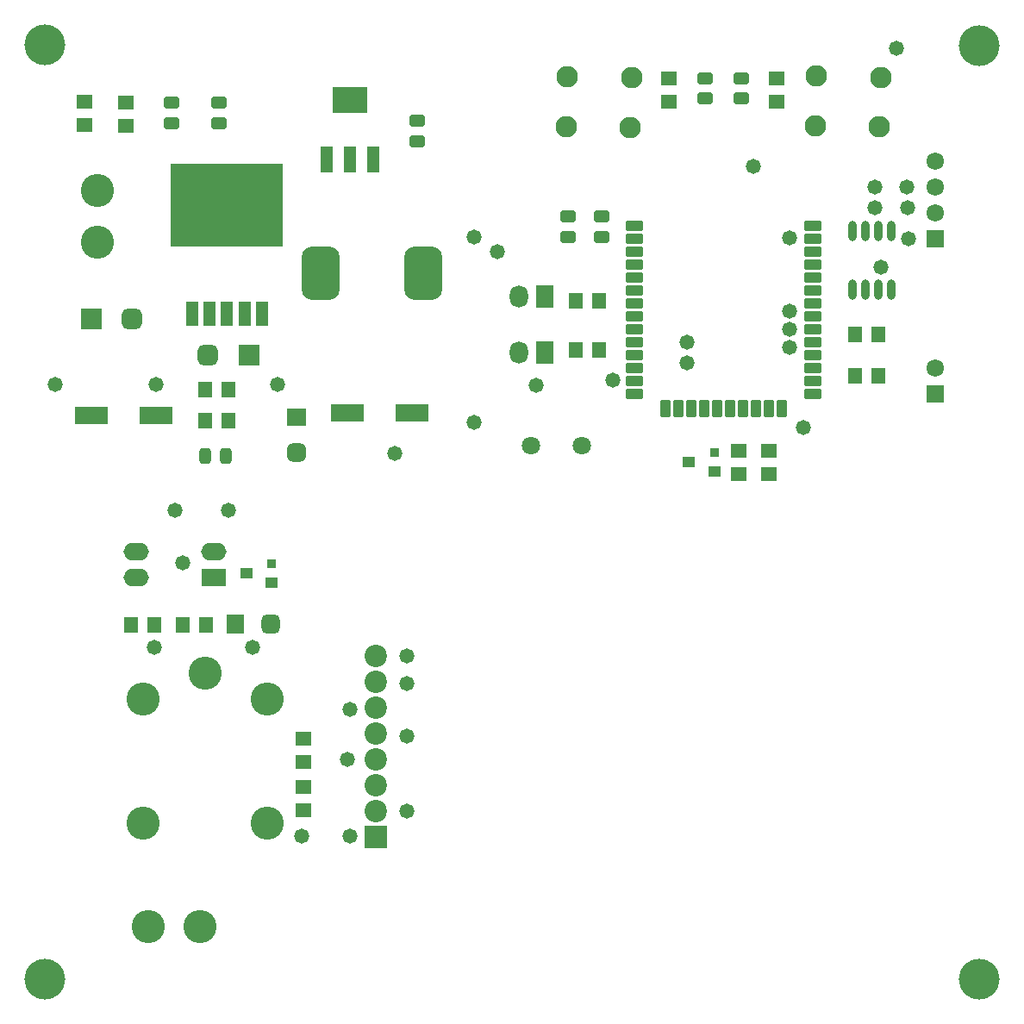
<source format=gts>
G04*
G04 #@! TF.GenerationSoftware,Altium Limited,Altium Designer,24.1.2 (44)*
G04*
G04 Layer_Color=8388736*
%FSLAX43Y43*%
%MOMM*%
G71*
G04*
G04 #@! TF.SameCoordinates,54BEDA40-E342-42F5-ADC8-61CD6FAB378A*
G04*
G04*
G04 #@! TF.FilePolarity,Negative*
G04*
G01*
G75*
%ADD23R,0.950X0.900*%
G04:AMPARAMS|DCode=29|XSize=5.2mm|YSize=3.7mm|CornerRadius=0.975mm|HoleSize=0mm|Usage=FLASHONLY|Rotation=90.000|XOffset=0mm|YOffset=0mm|HoleType=Round|Shape=RoundedRectangle|*
%AMROUNDEDRECTD29*
21,1,5.200,1.750,0,0,90.0*
21,1,3.250,3.700,0,0,90.0*
1,1,1.950,0.875,1.625*
1,1,1.950,0.875,-1.625*
1,1,1.950,-0.875,-1.625*
1,1,1.950,-0.875,1.625*
%
%ADD29ROUNDEDRECTD29*%
%ADD30R,3.251X1.727*%
%ADD31R,1.600X1.473*%
%ADD32R,1.473X1.600*%
%ADD33R,1.153X1.103*%
G04:AMPARAMS|DCode=34|XSize=1.64mm|YSize=1.04mm|CornerRadius=0.115mm|HoleSize=0mm|Usage=FLASHONLY|Rotation=0.000|XOffset=0mm|YOffset=0mm|HoleType=Round|Shape=RoundedRectangle|*
%AMROUNDEDRECTD34*
21,1,1.640,0.810,0,0,0.0*
21,1,1.410,1.040,0,0,0.0*
1,1,0.230,0.705,-0.405*
1,1,0.230,-0.705,-0.405*
1,1,0.230,-0.705,0.405*
1,1,0.230,0.705,0.405*
%
%ADD34ROUNDEDRECTD34*%
G04:AMPARAMS|DCode=35|XSize=1.64mm|YSize=1.04mm|CornerRadius=0.115mm|HoleSize=0mm|Usage=FLASHONLY|Rotation=90.000|XOffset=0mm|YOffset=0mm|HoleType=Round|Shape=RoundedRectangle|*
%AMROUNDEDRECTD35*
21,1,1.640,0.810,0,0,90.0*
21,1,1.410,1.040,0,0,90.0*
1,1,0.230,0.405,0.705*
1,1,0.230,0.405,-0.705*
1,1,0.230,-0.405,-0.705*
1,1,0.230,-0.405,0.705*
%
%ADD35ROUNDEDRECTD35*%
%ADD36O,0.803X2.003*%
G04:AMPARAMS|DCode=37|XSize=1.2mm|YSize=1.55mm|CornerRadius=0.35mm|HoleSize=0mm|Usage=FLASHONLY|Rotation=90.000|XOffset=0mm|YOffset=0mm|HoleType=Round|Shape=RoundedRectangle|*
%AMROUNDEDRECTD37*
21,1,1.200,0.850,0,0,90.0*
21,1,0.500,1.550,0,0,90.0*
1,1,0.700,0.425,0.250*
1,1,0.700,0.425,-0.250*
1,1,0.700,-0.425,-0.250*
1,1,0.700,-0.425,0.250*
%
%ADD37ROUNDEDRECTD37*%
%ADD38R,11.003X8.203*%
%ADD39R,1.273X2.363*%
%ADD40R,3.503X2.603*%
%ADD41R,1.203X2.603*%
G04:AMPARAMS|DCode=42|XSize=1.2mm|YSize=1.55mm|CornerRadius=0.35mm|HoleSize=0mm|Usage=FLASHONLY|Rotation=180.000|XOffset=0mm|YOffset=0mm|HoleType=Round|Shape=RoundedRectangle|*
%AMROUNDEDRECTD42*
21,1,1.200,0.850,0,0,180.0*
21,1,0.500,1.550,0,0,180.0*
1,1,0.700,-0.250,0.425*
1,1,0.700,0.250,0.425*
1,1,0.700,0.250,-0.425*
1,1,0.700,-0.250,-0.425*
%
%ADD42ROUNDEDRECTD42*%
G04:AMPARAMS|DCode=43|XSize=2mm|YSize=2mm|CornerRadius=0.55mm|HoleSize=0mm|Usage=FLASHONLY|Rotation=0.000|XOffset=0mm|YOffset=0mm|HoleType=Round|Shape=RoundedRectangle|*
%AMROUNDEDRECTD43*
21,1,2.000,0.900,0,0,0.0*
21,1,0.900,2.000,0,0,0.0*
1,1,1.100,0.450,-0.450*
1,1,1.100,-0.450,-0.450*
1,1,1.100,-0.450,0.450*
1,1,1.100,0.450,0.450*
%
%ADD43ROUNDEDRECTD43*%
%ADD44R,2.000X2.000*%
G04:AMPARAMS|DCode=45|XSize=1.8mm|YSize=1.85mm|CornerRadius=0.5mm|HoleSize=0mm|Usage=FLASHONLY|Rotation=0.000|XOffset=0mm|YOffset=0mm|HoleType=Round|Shape=RoundedRectangle|*
%AMROUNDEDRECTD45*
21,1,1.800,0.850,0,0,0.0*
21,1,0.800,1.850,0,0,0.0*
1,1,1.000,0.400,-0.425*
1,1,1.000,-0.400,-0.425*
1,1,1.000,-0.400,0.425*
1,1,1.000,0.400,0.425*
%
%ADD45ROUNDEDRECTD45*%
%ADD46R,1.800X1.850*%
%ADD47R,1.850X1.800*%
G04:AMPARAMS|DCode=48|XSize=1.8mm|YSize=1.85mm|CornerRadius=0.5mm|HoleSize=0mm|Usage=FLASHONLY|Rotation=270.000|XOffset=0mm|YOffset=0mm|HoleType=Round|Shape=RoundedRectangle|*
%AMROUNDEDRECTD48*
21,1,1.800,0.850,0,0,270.0*
21,1,0.800,1.850,0,0,270.0*
1,1,1.000,-0.425,-0.400*
1,1,1.000,-0.425,0.400*
1,1,1.000,0.425,0.400*
1,1,1.000,0.425,-0.400*
%
%ADD48ROUNDEDRECTD48*%
%ADD49R,2.200X2.200*%
%ADD50C,2.200*%
%ADD51R,1.803X2.203*%
%ADD52O,1.803X2.203*%
%ADD53C,2.108*%
%ADD54C,1.723*%
%ADD55R,1.723X1.723*%
%ADD56C,1.800*%
%ADD57C,3.251*%
%ADD58R,2.489X1.727*%
%ADD59O,2.489X1.727*%
%ADD60C,4.000*%
%ADD61C,1.473*%
D23*
X68306Y54290D02*
D03*
X24852Y43368D02*
D03*
D29*
X29621Y71882D02*
D03*
X39721D02*
D03*
D30*
X7112Y57912D02*
D03*
X13462D02*
D03*
X32258Y58166D02*
D03*
X38608D02*
D03*
D31*
X27940Y23876D02*
D03*
Y26162D02*
D03*
Y19177D02*
D03*
Y21463D02*
D03*
X70739Y54483D02*
D03*
Y52197D02*
D03*
X73660Y54483D02*
D03*
Y52197D02*
D03*
X63881Y88773D02*
D03*
Y91059D02*
D03*
X74422Y88773D02*
D03*
Y91059D02*
D03*
X6477Y88773D02*
D03*
Y86487D02*
D03*
X10541Y86360D02*
D03*
Y88646D02*
D03*
D32*
X84455Y61849D02*
D03*
X82169D02*
D03*
X57023Y64389D02*
D03*
X54737D02*
D03*
X57023Y69215D02*
D03*
X54737D02*
D03*
X84455Y65913D02*
D03*
X82169D02*
D03*
X20574Y57404D02*
D03*
X18288D02*
D03*
Y60452D02*
D03*
X20574D02*
D03*
X18415Y37338D02*
D03*
X16129D02*
D03*
X13335D02*
D03*
X11049D02*
D03*
D33*
X68306Y52390D02*
D03*
X65806Y53340D02*
D03*
X22352Y42418D02*
D03*
X24852Y41468D02*
D03*
D34*
X60465Y60059D02*
D03*
Y76569D02*
D03*
Y75299D02*
D03*
Y74029D02*
D03*
Y72759D02*
D03*
Y71489D02*
D03*
Y70219D02*
D03*
Y68949D02*
D03*
Y67679D02*
D03*
Y66409D02*
D03*
Y65139D02*
D03*
Y63869D02*
D03*
Y62599D02*
D03*
Y61329D02*
D03*
X77965Y76569D02*
D03*
Y75299D02*
D03*
Y74029D02*
D03*
Y72759D02*
D03*
Y71489D02*
D03*
Y70219D02*
D03*
Y68949D02*
D03*
Y67679D02*
D03*
Y66409D02*
D03*
Y65139D02*
D03*
Y63869D02*
D03*
Y62599D02*
D03*
Y61329D02*
D03*
Y60059D02*
D03*
D35*
X63495Y58559D02*
D03*
X64765D02*
D03*
X66035D02*
D03*
X67305D02*
D03*
X68575D02*
D03*
X69845D02*
D03*
X71115D02*
D03*
X72385D02*
D03*
X73655D02*
D03*
X74925D02*
D03*
D36*
X81915Y70252D02*
D03*
X83185D02*
D03*
X84455D02*
D03*
X85725D02*
D03*
X81915Y76052D02*
D03*
X83185D02*
D03*
X84455D02*
D03*
X85725D02*
D03*
D37*
X53975Y77454D02*
D03*
Y75454D02*
D03*
X57277Y77454D02*
D03*
Y75454D02*
D03*
X67437Y89043D02*
D03*
Y91043D02*
D03*
X70993Y89043D02*
D03*
Y91043D02*
D03*
X39116Y84852D02*
D03*
Y86852D02*
D03*
X14986Y88630D02*
D03*
Y86630D02*
D03*
X19685Y88630D02*
D03*
Y86630D02*
D03*
D38*
X20447Y78613D02*
D03*
D39*
Y67943D02*
D03*
X18747D02*
D03*
X17047D02*
D03*
X22147D02*
D03*
X23847D02*
D03*
D40*
X32512Y88879D02*
D03*
D41*
X34812Y83079D02*
D03*
X32512D02*
D03*
X30212D02*
D03*
D42*
X18304Y53975D02*
D03*
X20304D02*
D03*
D43*
X18574Y63881D02*
D03*
X11100Y67400D02*
D03*
D44*
X22574Y63881D02*
D03*
X7100Y67400D02*
D03*
D45*
X24712Y37465D02*
D03*
D46*
X21262D02*
D03*
D47*
X27305Y57732D02*
D03*
D48*
Y54282D02*
D03*
D49*
X35052Y16510D02*
D03*
D50*
Y19050D02*
D03*
Y21590D02*
D03*
Y24130D02*
D03*
Y26670D02*
D03*
Y29210D02*
D03*
Y31750D02*
D03*
Y34290D02*
D03*
D51*
X51689Y69596D02*
D03*
Y64135D02*
D03*
D52*
X49149Y69596D02*
D03*
Y64135D02*
D03*
D53*
X60223Y91084D02*
D03*
X53772Y86309D02*
D03*
X53848Y91186D02*
D03*
X60071Y86233D02*
D03*
X84531Y86284D02*
D03*
X78308Y91237D02*
D03*
X78232Y86360D02*
D03*
X84684Y91135D02*
D03*
D54*
X90043Y82931D02*
D03*
Y80391D02*
D03*
Y77851D02*
D03*
Y62611D02*
D03*
D55*
Y75311D02*
D03*
Y60071D02*
D03*
D56*
X50332Y54991D02*
D03*
X55332D02*
D03*
D57*
X24384Y30099D02*
D03*
X12192Y17907D02*
D03*
X18288Y32639D02*
D03*
X24384Y17907D02*
D03*
X12192Y30099D02*
D03*
X17780Y7747D02*
D03*
X12700D02*
D03*
X7747Y74930D02*
D03*
Y80010D02*
D03*
D58*
X19177Y42037D02*
D03*
D59*
Y44577D02*
D03*
X11557D02*
D03*
Y42037D02*
D03*
D60*
X2540Y94361D02*
D03*
X94361Y94234D02*
D03*
Y2540D02*
D03*
X2540D02*
D03*
D61*
X46990Y74041D02*
D03*
X50812Y60845D02*
D03*
X27813Y16637D02*
D03*
X32512D02*
D03*
X36957Y54229D02*
D03*
X44704Y57277D02*
D03*
X65659Y65151D02*
D03*
Y63119D02*
D03*
X58322Y61370D02*
D03*
X72136Y82423D02*
D03*
X87376Y75311D02*
D03*
X3556Y60960D02*
D03*
X86233Y93980D02*
D03*
X25400Y60960D02*
D03*
X13462D02*
D03*
X44688Y75454D02*
D03*
X16129Y43434D02*
D03*
X32512Y29083D02*
D03*
X32258Y24130D02*
D03*
X75692Y68199D02*
D03*
Y66421D02*
D03*
X77089Y56769D02*
D03*
X38100Y26416D02*
D03*
Y19050D02*
D03*
Y31623D02*
D03*
Y34290D02*
D03*
X84709Y72517D02*
D03*
X75692Y64643D02*
D03*
X75721Y75340D02*
D03*
X20574Y48641D02*
D03*
X15367D02*
D03*
X22987Y35179D02*
D03*
X13335D02*
D03*
X84074Y78359D02*
D03*
Y80391D02*
D03*
X87271Y78359D02*
D03*
X87249Y80391D02*
D03*
M02*

</source>
